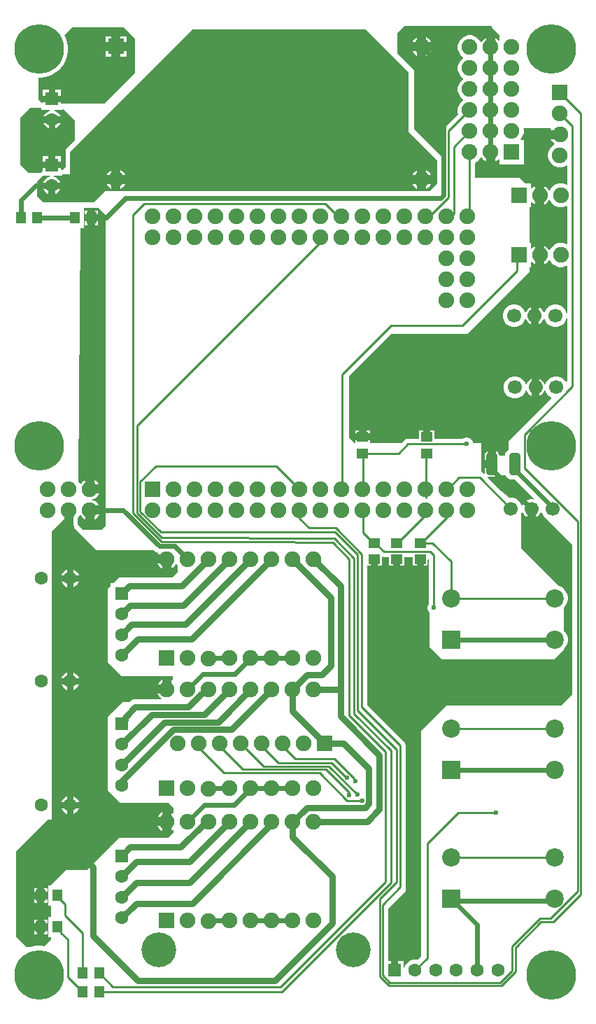
<source format=gtl>
G04*
G04 #@! TF.GenerationSoftware,Altium Limited,Altium Designer,24.2.2 (26)*
G04*
G04 Layer_Physical_Order=1*
G04 Layer_Color=255*
%FSLAX43Y43*%
%MOMM*%
G71*
G04*
G04 #@! TF.SameCoordinates,FB4AC1D3-029A-4C58-91C8-636A0C7E52CF*
G04*
G04*
G04 #@! TF.FilePolarity,Positive*
G04*
G01*
G75*
%ADD10C,0.600*%
%ADD13C,0.254*%
%ADD20C,1.700*%
%ADD29R,1.400X1.150*%
G04:AMPARAMS|DCode=30|XSize=2.7mm|YSize=1.35mm|CornerRadius=0.338mm|HoleSize=0mm|Usage=FLASHONLY|Rotation=270.000|XOffset=0mm|YOffset=0mm|HoleType=Round|Shape=RoundedRectangle|*
%AMROUNDEDRECTD30*
21,1,2.700,0.675,0,0,270.0*
21,1,2.025,1.350,0,0,270.0*
1,1,0.675,-0.338,-1.013*
1,1,0.675,-0.338,1.013*
1,1,0.675,0.338,1.013*
1,1,0.675,0.338,-1.013*
%
%ADD30ROUNDEDRECTD30*%
%ADD31R,1.150X1.400*%
%ADD32C,0.800*%
%ADD33C,1.900*%
%ADD34R,1.900X1.900*%
%ADD35C,1.600*%
%ADD36R,1.600X1.600*%
%ADD37R,1.900X1.900*%
%ADD38C,4.200*%
%ADD39R,1.600X1.600*%
%ADD40C,2.200*%
%ADD41R,2.200X2.200*%
%ADD42C,6.000*%
%ADD43C,0.600*%
G36*
X58801Y118618D02*
X59755Y117664D01*
Y117071D01*
X59628Y117019D01*
X59442Y117205D01*
X59224Y117331D01*
Y116205D01*
X58124D01*
Y117331D01*
X57906Y117205D01*
X57674Y116973D01*
X57593Y116832D01*
X57446D01*
X57294Y117095D01*
X57024Y117365D01*
X56694Y117556D01*
X56325Y117655D01*
X55943D01*
X55574Y117556D01*
X55244Y117365D01*
X54974Y117095D01*
X54783Y116765D01*
X54684Y116396D01*
Y116014D01*
X54783Y115645D01*
X54974Y115315D01*
X55244Y115045D01*
X55324Y114998D01*
Y114871D01*
X55244Y114825D01*
X54974Y114555D01*
X54783Y114225D01*
X54684Y113856D01*
Y113474D01*
X54783Y113105D01*
X54974Y112775D01*
X55244Y112505D01*
X55324Y112459D01*
Y112331D01*
X55244Y112285D01*
X54974Y112015D01*
X54783Y111685D01*
X54684Y111316D01*
Y110934D01*
X54783Y110565D01*
X54974Y110235D01*
X55244Y109965D01*
X55324Y109919D01*
Y109791D01*
X55244Y109745D01*
X54974Y109475D01*
X54783Y109145D01*
X54684Y108776D01*
Y108394D01*
X54759Y108114D01*
X53142Y106497D01*
X53003Y106290D01*
X52955Y106045D01*
Y102913D01*
X52837Y102865D01*
X49403Y106299D01*
Y113411D01*
X47371Y115443D01*
Y117856D01*
X48260Y118745D01*
X58801D01*
Y118618D01*
D02*
G37*
G36*
X15621Y117221D02*
Y113030D01*
X11938Y109347D01*
X6688Y109347D01*
Y109542D01*
X5588D01*
X4488D01*
Y109484D01*
X4361Y109431D01*
X3937Y109855D01*
Y112500D01*
X4275D01*
X4820Y112586D01*
X5344Y112756D01*
X5834Y113007D01*
X6280Y113330D01*
X6670Y113720D01*
X6993Y114166D01*
X7244Y114656D01*
X7414Y115180D01*
X7500Y115725D01*
Y116275D01*
X7414Y116820D01*
X7244Y117344D01*
X7069Y117686D01*
X8001Y118618D01*
X14224D01*
X15621Y117221D01*
D02*
G37*
G36*
X66009Y106337D02*
X65935Y106209D01*
X67061D01*
Y105109D01*
X65935D01*
X66061Y104891D01*
X66294Y104659D01*
X66427Y104582D01*
Y104435D01*
X66166Y104284D01*
X65896Y104014D01*
X65705Y103684D01*
X65606Y103315D01*
Y102933D01*
X65705Y102564D01*
X65896Y102234D01*
X66166Y101964D01*
X66496Y101773D01*
X66865Y101674D01*
X67247D01*
X67616Y101773D01*
X67831Y101897D01*
X67941Y101833D01*
Y99653D01*
X67831Y99590D01*
X67719Y99654D01*
X67351Y99753D01*
X66969D01*
X66600Y99654D01*
X66269Y99463D01*
X65999Y99193D01*
X65844Y98923D01*
X65698Y98922D01*
X65615Y99066D01*
X65382Y99298D01*
X65165Y99424D01*
Y98298D01*
Y97172D01*
X65382Y97298D01*
X65615Y97530D01*
X65700Y97678D01*
X65846D01*
X65999Y97413D01*
X66269Y97143D01*
X66600Y96952D01*
X66969Y96853D01*
X67351D01*
X67719Y96952D01*
X67831Y97016D01*
X67941Y96953D01*
Y92414D01*
X67831Y92351D01*
X67719Y92415D01*
X67351Y92514D01*
X66969D01*
X66600Y92415D01*
X66269Y92224D01*
X65999Y91954D01*
X65844Y91684D01*
X65698Y91683D01*
X65615Y91827D01*
X65382Y92059D01*
X65165Y92185D01*
Y91059D01*
Y89933D01*
X65382Y90059D01*
X65615Y90291D01*
X65700Y90439D01*
X65846D01*
X65999Y90174D01*
X66269Y89904D01*
X66600Y89713D01*
X66969Y89614D01*
X67351D01*
X67719Y89713D01*
X67831Y89777D01*
X67941Y89714D01*
Y84095D01*
X67814Y84078D01*
X67766Y84256D01*
X67588Y84564D01*
X67337Y84815D01*
X67029Y84993D01*
X66686Y85085D01*
X66330D01*
X65987Y84993D01*
X65679Y84815D01*
X65428Y84564D01*
X65250Y84256D01*
X65220Y84145D01*
X65089D01*
X65080Y84179D01*
X64928Y84441D01*
X64714Y84655D01*
X64508Y84774D01*
Y83735D01*
Y82696D01*
X64714Y82815D01*
X64928Y83029D01*
X65080Y83291D01*
X65089Y83325D01*
X65220D01*
X65250Y83214D01*
X65428Y82906D01*
X65679Y82655D01*
X65987Y82477D01*
X66330Y82385D01*
X66686D01*
X67029Y82477D01*
X67337Y82655D01*
X67588Y82906D01*
X67766Y83214D01*
X67814Y83392D01*
X67941Y83375D01*
Y75789D01*
X67899Y75752D01*
X67738Y75778D01*
X67675Y75886D01*
X67424Y76137D01*
X67116Y76315D01*
X66773Y76407D01*
X66417D01*
X66074Y76315D01*
X65766Y76137D01*
X65515Y75886D01*
X65337Y75578D01*
X65307Y75467D01*
X65176D01*
X65167Y75501D01*
X65015Y75763D01*
X64801Y75977D01*
X64595Y76096D01*
Y75057D01*
Y74018D01*
X64801Y74137D01*
X65015Y74351D01*
X65167Y74613D01*
X65176Y74647D01*
X65307D01*
X65337Y74536D01*
X65515Y74228D01*
X65766Y73977D01*
X65970Y73859D01*
X65986Y73733D01*
X60833Y68580D01*
Y67538D01*
X60813Y67530D01*
X60638Y67396D01*
X60504Y67221D01*
X60420Y67017D01*
X60396Y66836D01*
X59701D01*
X59667Y67008D01*
X59548Y67186D01*
X59370Y67305D01*
X59323Y67314D01*
Y65786D01*
X58823D01*
Y65286D01*
X57937D01*
Y64773D01*
X57963Y64644D01*
X57846Y64582D01*
X57531Y64897D01*
Y68326D01*
X56547D01*
X56498Y68508D01*
X56393Y68690D01*
X56244Y68839D01*
X56062Y68944D01*
X55858Y68999D01*
X55648D01*
X55444Y68944D01*
X55262Y68839D01*
X55261Y68838D01*
X51827D01*
Y69847D01*
X51357D01*
Y69072D01*
X50497D01*
Y69847D01*
X50027D01*
Y68838D01*
X48666D01*
X48421Y68790D01*
X48213Y68651D01*
X47888Y68326D01*
X44080D01*
Y68642D01*
X42280D01*
Y68353D01*
X42153Y68337D01*
X41529Y68961D01*
Y76454D01*
X46609Y81534D01*
X55880D01*
X63373Y89027D01*
Y89609D01*
X63525D01*
Y90202D01*
X63652Y90254D01*
X63847Y90059D01*
X64065Y89933D01*
Y91059D01*
Y92185D01*
X63847Y92059D01*
X63652Y91864D01*
X63525Y91916D01*
Y92509D01*
X63373D01*
Y96848D01*
X63525D01*
Y97441D01*
X63652Y97493D01*
X63847Y97298D01*
X64065Y97172D01*
Y98298D01*
Y99424D01*
X63847Y99298D01*
X63652Y99103D01*
X63525Y99155D01*
Y99748D01*
X62812D01*
X62167Y100394D01*
X56773D01*
Y102200D01*
X57024Y102345D01*
X57294Y102615D01*
X57446Y102878D01*
X57593D01*
X57674Y102737D01*
X57906Y102505D01*
X58124Y102379D01*
Y103505D01*
X59224D01*
Y102379D01*
X59442Y102505D01*
X59637Y102700D01*
X59764Y102648D01*
Y102055D01*
X62664D01*
Y104955D01*
X62341D01*
X62292Y105072D01*
X62374Y105155D01*
X62565Y105485D01*
X62664Y105854D01*
Y106236D01*
X62629Y106366D01*
X62734Y106464D01*
X65936D01*
X66009Y106337D01*
D02*
G37*
G36*
X4288Y108642D02*
X5326D01*
X5342Y108515D01*
X5163Y108467D01*
X4913Y108322D01*
X4708Y108117D01*
X4563Y107867D01*
X4556Y107842D01*
X5588D01*
X6620D01*
X6613Y107867D01*
X6468Y108117D01*
X6263Y108322D01*
X6013Y108467D01*
X5834Y108515D01*
X5850Y108642D01*
X6888D01*
Y108693D01*
X7015Y108745D01*
X8382Y107379D01*
Y104965D01*
X7239Y103823D01*
Y103514D01*
X7237Y103505D01*
Y101789D01*
X6783Y101335D01*
X6775Y101333D01*
X6648Y101438D01*
Y101561D01*
X5548D01*
X4448D01*
Y101156D01*
X4327Y101132D01*
X4172Y101029D01*
X2730D01*
X1778Y101981D01*
Y107696D01*
X2921Y108839D01*
X4288D01*
Y108642D01*
D02*
G37*
G36*
X48768Y113157D02*
Y105918D01*
X52177Y102509D01*
Y99675D01*
X51308Y98806D01*
X12065D01*
X10668Y97409D01*
X4572D01*
X3810Y98171D01*
Y99949D01*
X4522Y100661D01*
X5286D01*
X5302Y100534D01*
X5123Y100486D01*
X4873Y100341D01*
X4668Y100136D01*
X4523Y99886D01*
X4516Y99861D01*
X5548D01*
X6580D01*
X6573Y99886D01*
X6428Y100136D01*
X6223Y100341D01*
X5973Y100486D01*
X5794Y100534D01*
X5810Y100661D01*
X6848D01*
Y100838D01*
X7747D01*
Y103505D01*
X22618Y118376D01*
X43549D01*
X48768Y113157D01*
D02*
G37*
G36*
X60504Y64351D02*
X60638Y64176D01*
X60813Y64042D01*
X61017Y63958D01*
X61236Y63929D01*
X61594D01*
X63909Y61613D01*
X63843Y61500D01*
X63778Y61517D01*
X63476D01*
X63183Y61439D01*
X62921Y61287D01*
X62707Y61073D01*
X62555Y60811D01*
X62546Y60777D01*
X62415D01*
X62385Y60888D01*
X62207Y61196D01*
X61956Y61447D01*
X61648Y61625D01*
X61305Y61717D01*
X60949D01*
X60910Y61706D01*
X59500Y62928D01*
X58294Y64134D01*
X58356Y64251D01*
X58486Y64225D01*
X59160D01*
X59370Y64267D01*
X59548Y64386D01*
X59598Y64461D01*
X60458D01*
X60504Y64351D01*
D02*
G37*
G36*
X64127Y59328D02*
X64333Y59447D01*
X64547Y59661D01*
X64699Y59923D01*
X64708Y59957D01*
X64839D01*
X64869Y59846D01*
X65047Y59538D01*
X65298Y59287D01*
X65303Y59284D01*
X68576Y56011D01*
Y37969D01*
X67183Y36576D01*
X53340D01*
X50292Y33528D01*
Y6245D01*
X49871Y5825D01*
X49694Y5872D01*
X49352D01*
X49021Y5783D01*
X48725Y5612D01*
X48483Y5370D01*
X48312Y5074D01*
X48250Y4844D01*
X48123Y4861D01*
Y5672D01*
X47423D01*
Y4572D01*
X46623D01*
Y5672D01*
X46232D01*
Y11942D01*
X48387Y14097D01*
Y14583D01*
X48391Y14605D01*
X48391Y14605D01*
Y31750D01*
X48343Y31995D01*
X48204Y32202D01*
X43730Y36676D01*
Y53470D01*
X44147D01*
Y54245D01*
X45007D01*
Y53470D01*
X45477D01*
Y54486D01*
X45604Y54590D01*
X45746Y54562D01*
X46381D01*
Y53470D01*
X46851D01*
Y54245D01*
X47711D01*
Y53470D01*
X48181D01*
Y54562D01*
X49241D01*
Y53470D01*
X49711D01*
Y54245D01*
X50571D01*
Y53470D01*
X51041D01*
Y54186D01*
X51168Y54254D01*
X51177Y54248D01*
Y48879D01*
X51176Y48878D01*
X51071Y48696D01*
X51016Y48492D01*
Y48282D01*
X51071Y48078D01*
X51176Y47896D01*
X51308Y47764D01*
Y43688D01*
X52832Y42164D01*
X66421D01*
X67564Y43307D01*
Y43442D01*
X67633Y43511D01*
X67808Y43773D01*
X67929Y44065D01*
X67990Y44374D01*
Y44689D01*
X67929Y44998D01*
X67808Y45289D01*
X67633Y45551D01*
X67564Y45620D01*
Y48442D01*
X67633Y48511D01*
X67808Y48773D01*
X67929Y49065D01*
X67990Y49374D01*
Y49689D01*
X67929Y49998D01*
X67808Y50289D01*
X67633Y50551D01*
X67410Y50774D01*
X67148Y50949D01*
X66953Y51030D01*
X62357Y55626D01*
Y59797D01*
X62385Y59846D01*
X62415Y59957D01*
X62546D01*
X62555Y59923D01*
X62707Y59661D01*
X62921Y59447D01*
X63127Y59328D01*
Y60367D01*
X64127D01*
Y59328D01*
D02*
G37*
G36*
X12065Y95885D02*
Y58293D01*
X11557Y57785D01*
X9398D01*
X8699Y58484D01*
X8706Y59238D01*
X8780Y59313D01*
X8932Y59576D01*
X9079D01*
X9160Y59435D01*
X9392Y59203D01*
X9610Y59077D01*
Y60203D01*
X10160D01*
Y60753D01*
X11286D01*
X11160Y60971D01*
X10927Y61203D01*
X10642Y61368D01*
X10495Y61407D01*
Y61539D01*
X10642Y61578D01*
X10927Y61743D01*
X11160Y61975D01*
X11286Y62193D01*
X10160D01*
Y62743D01*
X9610D01*
Y63869D01*
X9392Y63743D01*
X9160Y63511D01*
X9079Y63370D01*
X8932D01*
X8780Y63633D01*
X8747Y63667D01*
X9032Y94355D01*
X9408D01*
Y96755D01*
X9528Y96774D01*
X11176D01*
X12065Y95885D01*
D02*
G37*
G36*
X8170Y58973D02*
X8193Y58960D01*
X8189Y58489D01*
X8189Y58487D01*
X8189Y58484D01*
X8208Y58389D01*
X8226Y58294D01*
X8227Y58292D01*
X8228Y58289D01*
X8255Y58248D01*
Y58039D01*
X10922Y55372D01*
X17912D01*
X18000Y55284D01*
X18168Y55156D01*
X18330Y55088D01*
X18381Y54996D01*
X18393Y54943D01*
X18334Y54841D01*
X19460D01*
Y54291D01*
X20010D01*
Y53165D01*
X20228Y53291D01*
X20460Y53523D01*
X20541Y53664D01*
X20688D01*
X20828Y53421D01*
Y52705D01*
X20193Y52070D01*
X13716D01*
X13075Y51429D01*
X12700D01*
Y51054D01*
X12319Y50673D01*
Y41783D01*
X13970Y40132D01*
X20193Y40132D01*
Y39690D01*
X20083Y39627D01*
X20010Y39669D01*
Y38543D01*
X19460D01*
Y37993D01*
X18334D01*
X18460Y37775D01*
X18692Y37543D01*
X18828Y37465D01*
X18794Y37338D01*
X15660D01*
X15425Y37307D01*
X15206Y37216D01*
X15018Y37072D01*
X15018Y37072D01*
X14903Y36957D01*
X14097D01*
X12821Y35681D01*
X12700D01*
Y35560D01*
X12319Y35179D01*
Y26289D01*
X13843Y24765D01*
X19685D01*
X20320Y24130D01*
Y23613D01*
X20193Y23561D01*
X20010Y23667D01*
Y22541D01*
Y21415D01*
X20193Y21521D01*
X20320Y21469D01*
Y21209D01*
X19685Y20574D01*
X13716D01*
X12821Y19679D01*
X12700D01*
Y19558D01*
X9779Y16637D01*
X7239D01*
X5461Y14859D01*
Y14789D01*
X5148D01*
Y12389D01*
X5461D01*
Y10979D01*
X5148D01*
Y8579D01*
X5461D01*
Y8255D01*
X4647Y7441D01*
X4275Y7500D01*
X3725D01*
X3180Y7414D01*
X3033Y7366D01*
X2540D01*
X1270Y8636D01*
Y18923D01*
X5080Y22733D01*
X5588D01*
Y57658D01*
X7007Y59077D01*
X7039Y59095D01*
X7070Y59077D01*
Y60203D01*
X8170D01*
Y58973D01*
D02*
G37*
%LPC*%
G36*
X50885Y117420D02*
Y116844D01*
X51461D01*
X51335Y117062D01*
X51103Y117294D01*
X50885Y117420D01*
D02*
G37*
G36*
X49785Y117420D02*
X49567Y117294D01*
X49335Y117062D01*
X49209Y116844D01*
X49785D01*
Y117420D01*
D02*
G37*
G36*
Y115744D02*
X49209D01*
X49335Y115526D01*
X49567Y115294D01*
X49785Y115168D01*
Y115744D01*
D02*
G37*
G36*
X51461D02*
X50885D01*
Y115168D01*
X51103Y115294D01*
X51335Y115526D01*
X51461Y115744D01*
D02*
G37*
G36*
X14585Y117544D02*
X13885D01*
Y116844D01*
X14585D01*
Y117544D01*
D02*
G37*
G36*
X12785D02*
X12085D01*
Y116844D01*
X12785D01*
Y117544D01*
D02*
G37*
G36*
X14585Y115744D02*
X13885D01*
Y115044D01*
X14585D01*
Y115744D01*
D02*
G37*
G36*
X12785D02*
X12085D01*
Y115044D01*
X12785D01*
Y115744D01*
D02*
G37*
G36*
X6688Y111042D02*
X5988D01*
Y110342D01*
X6688D01*
Y111042D01*
D02*
G37*
G36*
X5188D02*
X4488D01*
Y110342D01*
X5188D01*
Y111042D01*
D02*
G37*
G36*
X61686Y85085D02*
X61330D01*
X60987Y84993D01*
X60679Y84815D01*
X60428Y84564D01*
X60250Y84256D01*
X60158Y83913D01*
Y83557D01*
X60250Y83214D01*
X60428Y82906D01*
X60679Y82655D01*
X60987Y82477D01*
X61330Y82385D01*
X61686D01*
X62029Y82477D01*
X62337Y82655D01*
X62588Y82906D01*
X62766Y83214D01*
X62796Y83325D01*
X62927D01*
X62936Y83291D01*
X63088Y83029D01*
X63302Y82815D01*
X63508Y82696D01*
Y83735D01*
Y84774D01*
X63302Y84655D01*
X63088Y84441D01*
X62936Y84179D01*
X62927Y84145D01*
X62796D01*
X62766Y84256D01*
X62588Y84564D01*
X62337Y84815D01*
X62029Y84993D01*
X61686Y85085D01*
D02*
G37*
G36*
X61773Y76407D02*
X61417D01*
X61074Y76315D01*
X60766Y76137D01*
X60515Y75886D01*
X60337Y75578D01*
X60245Y75235D01*
Y74879D01*
X60337Y74536D01*
X60515Y74228D01*
X60766Y73977D01*
X61074Y73799D01*
X61417Y73707D01*
X61773D01*
X62116Y73799D01*
X62424Y73977D01*
X62675Y74228D01*
X62853Y74536D01*
X62883Y74647D01*
X63014D01*
X63023Y74613D01*
X63175Y74351D01*
X63389Y74137D01*
X63595Y74018D01*
Y75057D01*
Y76096D01*
X63389Y75977D01*
X63175Y75763D01*
X63023Y75501D01*
X63014Y75467D01*
X62883D01*
X62853Y75578D01*
X62675Y75886D01*
X62424Y76137D01*
X62116Y76315D01*
X61773Y76407D01*
D02*
G37*
G36*
X44080Y69847D02*
X43610D01*
Y69502D01*
X44080D01*
Y69847D01*
D02*
G37*
G36*
X42750D02*
X42280D01*
Y69502D01*
X42750D01*
Y69847D01*
D02*
G37*
G36*
X58323Y67314D02*
X58276Y67305D01*
X58098Y67186D01*
X57979Y67008D01*
X57937Y66799D01*
Y66286D01*
X58323D01*
Y67314D01*
D02*
G37*
G36*
X6620Y107042D02*
X5988D01*
Y106410D01*
X6013Y106417D01*
X6263Y106562D01*
X6468Y106767D01*
X6613Y107017D01*
X6620Y107042D01*
D02*
G37*
G36*
X5188D02*
X4556D01*
X4563Y107017D01*
X4708Y106767D01*
X4913Y106562D01*
X5163Y106417D01*
X5188Y106410D01*
Y107042D01*
D02*
G37*
G36*
X6648Y103061D02*
X5948D01*
Y102361D01*
X6648D01*
Y103061D01*
D02*
G37*
G36*
X5148D02*
X4448D01*
Y102361D01*
X5148D01*
Y103061D01*
D02*
G37*
G36*
X13885Y101329D02*
Y100753D01*
X14461D01*
X14335Y100971D01*
X14103Y101203D01*
X13885Y101329D01*
D02*
G37*
G36*
X12785D02*
X12567Y101203D01*
X12335Y100971D01*
X12209Y100753D01*
X12785D01*
Y101329D01*
D02*
G37*
G36*
X50885D02*
Y100753D01*
X51461D01*
X51335Y100971D01*
X51103Y101203D01*
X50885Y101329D01*
D02*
G37*
G36*
X49785Y101329D02*
X49567Y101203D01*
X49335Y100971D01*
X49209Y100753D01*
X49785D01*
Y101329D01*
D02*
G37*
G36*
Y99653D02*
X49209D01*
X49335Y99435D01*
X49567Y99203D01*
X49785Y99077D01*
Y99653D01*
D02*
G37*
G36*
X14461Y99653D02*
X13885D01*
Y99077D01*
X14103Y99203D01*
X14335Y99435D01*
X14461Y99653D01*
D02*
G37*
G36*
X12785D02*
X12209D01*
X12335Y99435D01*
X12567Y99203D01*
X12785Y99077D01*
Y99653D01*
D02*
G37*
G36*
X51461Y99653D02*
X50885D01*
Y99077D01*
X51103Y99203D01*
X51335Y99435D01*
X51461Y99653D01*
D02*
G37*
G36*
X6580Y99061D02*
X5948D01*
Y98429D01*
X5973Y98436D01*
X6223Y98581D01*
X6428Y98786D01*
X6573Y99036D01*
X6580Y99061D01*
D02*
G37*
G36*
X5148D02*
X4516D01*
X4523Y99036D01*
X4668Y98786D01*
X4873Y98581D01*
X5123Y98436D01*
X5148Y98429D01*
Y99061D01*
D02*
G37*
G36*
X11108Y96455D02*
X10763D01*
Y95985D01*
X11108D01*
Y96455D01*
D02*
G37*
G36*
X9903D02*
X9558D01*
Y95985D01*
X9903D01*
Y96455D01*
D02*
G37*
G36*
X11108Y95125D02*
X10763D01*
Y94655D01*
X11108D01*
Y95125D01*
D02*
G37*
G36*
X9903D02*
X9558D01*
Y94655D01*
X9903D01*
Y95125D01*
D02*
G37*
G36*
X10710Y63869D02*
Y63293D01*
X11286D01*
X11160Y63511D01*
X10927Y63743D01*
X10710Y63869D01*
D02*
G37*
G36*
X11286Y59653D02*
X10710D01*
Y59077D01*
X10927Y59203D01*
X11160Y59435D01*
X11286Y59653D01*
D02*
G37*
G36*
X18910Y53741D02*
X18334D01*
X18460Y53523D01*
X18692Y53291D01*
X18910Y53165D01*
Y53741D01*
D02*
G37*
G36*
X8186Y52975D02*
Y52343D01*
X8817D01*
X8811Y52368D01*
X8666Y52618D01*
X8461Y52823D01*
X8210Y52968D01*
X8186Y52975D01*
D02*
G37*
G36*
X7385D02*
X7361Y52968D01*
X7110Y52823D01*
X6905Y52618D01*
X6760Y52368D01*
X6754Y52343D01*
X7385D01*
Y52975D01*
D02*
G37*
G36*
X8817Y51543D02*
X8186D01*
Y50911D01*
X8210Y50918D01*
X8461Y51063D01*
X8666Y51268D01*
X8811Y51518D01*
X8817Y51543D01*
D02*
G37*
G36*
X7385D02*
X6754D01*
X6760Y51518D01*
X6905Y51268D01*
X7110Y51063D01*
X7361Y50918D01*
X7385Y50911D01*
Y51543D01*
D02*
G37*
G36*
X8186Y40529D02*
Y39897D01*
X8817D01*
X8811Y39922D01*
X8666Y40172D01*
X8461Y40377D01*
X8210Y40522D01*
X8186Y40529D01*
D02*
G37*
G36*
X7385D02*
X7361Y40522D01*
X7110Y40377D01*
X6905Y40172D01*
X6760Y39922D01*
X6754Y39897D01*
X7385D01*
Y40529D01*
D02*
G37*
G36*
X18910Y39669D02*
X18692Y39543D01*
X18460Y39311D01*
X18334Y39093D01*
X18910D01*
Y39669D01*
D02*
G37*
G36*
X8817Y39097D02*
X8186D01*
Y38465D01*
X8210Y38472D01*
X8461Y38617D01*
X8666Y38822D01*
X8811Y39072D01*
X8817Y39097D01*
D02*
G37*
G36*
X7385D02*
X6754D01*
X6760Y39072D01*
X6905Y38822D01*
X7110Y38617D01*
X7361Y38472D01*
X7385Y38465D01*
Y39097D01*
D02*
G37*
G36*
X8186Y25543D02*
Y24911D01*
X8817D01*
X8811Y24936D01*
X8666Y25186D01*
X8461Y25391D01*
X8210Y25536D01*
X8186Y25543D01*
D02*
G37*
G36*
X7385D02*
X7361Y25536D01*
X7110Y25391D01*
X6905Y25186D01*
X6760Y24936D01*
X6754Y24911D01*
X7385D01*
Y25543D01*
D02*
G37*
G36*
X8817Y24111D02*
X8186D01*
Y23479D01*
X8210Y23486D01*
X8461Y23631D01*
X8666Y23836D01*
X8811Y24086D01*
X8817Y24111D01*
D02*
G37*
G36*
X7385D02*
X6754D01*
X6760Y24086D01*
X6905Y23836D01*
X7110Y23631D01*
X7361Y23486D01*
X7385Y23479D01*
Y24111D01*
D02*
G37*
G36*
X18910Y23667D02*
X18692Y23541D01*
X18460Y23309D01*
X18334Y23091D01*
X18910D01*
Y23667D01*
D02*
G37*
G36*
Y21991D02*
X18334D01*
X18460Y21773D01*
X18692Y21541D01*
X18910Y21415D01*
Y21991D01*
D02*
G37*
G36*
X4998Y14489D02*
X4653D01*
Y14019D01*
X4998D01*
Y14489D01*
D02*
G37*
G36*
X3793D02*
X3448D01*
Y14019D01*
X3793D01*
Y14489D01*
D02*
G37*
G36*
X4998Y13159D02*
X4653D01*
Y12689D01*
X4998D01*
Y13159D01*
D02*
G37*
G36*
X3793D02*
X3448D01*
Y12689D01*
X3793D01*
Y13159D01*
D02*
G37*
G36*
X4998Y10679D02*
X4653D01*
Y10209D01*
X4998D01*
Y10679D01*
D02*
G37*
G36*
X3793D02*
X3448D01*
Y10209D01*
X3793D01*
Y10679D01*
D02*
G37*
G36*
X4998Y9349D02*
X4653D01*
Y8879D01*
X4998D01*
Y9349D01*
D02*
G37*
G36*
X3793D02*
X3448D01*
Y8879D01*
X3793D01*
Y9349D01*
D02*
G37*
%LPD*%
D10*
X1810Y95555D02*
Y97673D01*
X3598Y99461D01*
X5548D01*
X27077Y10538D02*
X27080Y10541D01*
X24545Y10536D02*
X24548Y10538D01*
X27077D01*
X24545Y26538D02*
X24548Y26540D01*
X27077D01*
X27080Y26543D01*
X24548Y42288D02*
X27077D01*
X24545Y42286D02*
X24548Y42288D01*
X27077D02*
X27080Y42291D01*
X58674Y113665D02*
Y116205D01*
Y111125D02*
Y113665D01*
Y108585D02*
Y111125D01*
Y106045D02*
Y108585D01*
Y103505D02*
Y106045D01*
X63587Y60367D02*
X63627D01*
X58823Y65131D02*
X63587Y60367D01*
X58823Y65131D02*
Y65786D01*
X61573Y65091D02*
X66127Y60537D01*
Y60367D02*
Y60537D01*
X61573Y65091D02*
Y65786D01*
X53890Y44531D02*
X66390D01*
X53890Y28772D02*
X66390D01*
X66144Y12954D02*
X66390Y13200D01*
X54136Y12954D02*
X66144D01*
X20437Y55854D02*
X22000Y54291D01*
X10160Y60203D02*
X14222D01*
X18571Y55854D02*
X20437D01*
X14222Y60203D02*
X18571Y55854D01*
X53890Y13200D02*
X57023Y10067D01*
X24001Y24542D02*
X27619D01*
X22000Y22541D02*
X24001Y24542D01*
X27619D02*
X29620Y26543D01*
X22000Y38543D02*
X23874Y40417D01*
X27746D02*
X29620Y42291D01*
X23874Y40417D02*
X27746D01*
X32160Y42291D02*
X34700D01*
X29620D02*
X32160D01*
Y26543D02*
X34700D01*
X29620D02*
X32160D01*
Y10541D02*
X34700D01*
X29620D02*
X32160D01*
X57023Y4309D02*
Y10067D01*
X12116Y95555D02*
X14478Y97917D01*
X52606D01*
X52984Y98295D01*
X50335Y116294D02*
X50508D01*
X50335D02*
X52984Y113645D01*
Y98295D02*
Y113645D01*
X10333Y95555D02*
X12116D01*
X3810D02*
X8333D01*
D13*
X7134Y11194D02*
Y12554D01*
X6223Y13464D02*
X7134Y12554D01*
Y11194D02*
X9303Y9025D01*
Y4191D02*
Y9025D01*
X50814Y61722D02*
Y66451D01*
X69215Y14113D02*
Y58837D01*
X66292Y10414D02*
X69594Y13716D01*
X67056Y110744D02*
X69594Y108206D01*
X62748Y65304D02*
X69215Y58837D01*
X69594Y13716D02*
Y108206D01*
X65895Y10793D02*
X69215Y14113D01*
X64613Y10793D02*
X65895D01*
X62748Y65304D02*
Y69347D01*
X59974Y2669D02*
X61673Y4368D01*
X64770Y10414D02*
X66292D01*
X61673Y7317D02*
X64770Y10414D01*
X61673Y4368D02*
Y7317D01*
X59817Y3048D02*
X61293Y4524D01*
Y7473D02*
X64613Y10793D01*
X61293Y4524D02*
Y7473D01*
X41283Y25100D02*
X43117D01*
X41503Y25774D02*
Y26061D01*
X37936Y28448D02*
X41283Y25100D01*
X41503Y25774D02*
X41569Y25708D01*
X62748Y69347D02*
X68580Y75179D01*
X67056Y108204D02*
X68580Y106680D01*
Y75179D02*
Y106680D01*
X41567Y35428D02*
X45974Y31021D01*
Y15240D02*
Y31021D01*
X33274Y2540D02*
X45974Y15240D01*
X41567Y35428D02*
Y54258D01*
X42164Y35560D02*
X46609Y31115D01*
X42164Y35560D02*
Y54379D01*
X39114Y29212D02*
X42545Y25781D01*
X46609Y15113D02*
Y31115D01*
X42545Y35941D02*
Y54864D01*
Y35941D02*
X47257Y31229D01*
Y15225D02*
Y31229D01*
X33401Y1905D02*
X46609Y15113D01*
X12954Y2540D02*
X33274D01*
X11303Y4191D02*
X12954Y2540D01*
X42291Y27432D02*
Y27526D01*
X42146Y27671D02*
X42291Y27526D01*
X42146Y27671D02*
Y27742D01*
X39788Y30099D02*
X42146Y27742D01*
X35042Y30099D02*
X39788D01*
X31240Y29212D02*
X39114D01*
X41153Y27864D02*
X41243D01*
X39426Y29591D02*
X41153Y27864D01*
X28702Y28829D02*
X38735D01*
X41503Y26061D01*
X45214Y13182D02*
X47257Y15225D01*
X45214Y3780D02*
X46325Y2669D01*
X59974D01*
X45214Y3780D02*
Y13182D01*
X46482Y3048D02*
X59817D01*
X48666Y68199D02*
X55753D01*
X47539Y67072D02*
X48666Y68199D01*
X47752Y14605D02*
Y31750D01*
X43091Y36411D02*
Y54854D01*
Y36411D02*
X47752Y31750D01*
X61849Y89154D02*
Y90833D01*
X62075Y91059D01*
X55245Y82550D02*
X61849Y89154D01*
X40654Y76595D02*
X46609Y82550D01*
X55245D01*
X40654Y62230D02*
Y76595D01*
X54737Y23622D02*
X59309D01*
X18800Y56406D02*
X30378D01*
X15877Y59865D02*
Y70473D01*
X18839Y56903D02*
X19216D01*
X15367Y59839D02*
Y95885D01*
X19216Y56903D02*
X39763Y56781D01*
X15367Y59839D02*
X18800Y56406D01*
X16256Y60022D02*
X18747Y57531D01*
X39878D01*
X16256Y60022D02*
Y63627D01*
X15877Y59865D02*
X18839Y56903D01*
X11303Y1905D02*
X33401D01*
X45593Y3937D02*
X46482Y3048D01*
X45593Y12446D02*
X47752Y14605D01*
X45593Y3937D02*
Y12446D01*
X39908Y58037D02*
X43091Y54854D01*
X39878Y57531D02*
X42545Y54864D01*
X35560Y59196D02*
X36719Y58037D01*
X35560Y59196D02*
Y60198D01*
X36719Y58037D02*
X39908D01*
X18161Y65532D02*
X32766D01*
X16256Y63627D02*
X18161Y65532D01*
X32766D02*
X35560Y62738D01*
X15877Y70473D02*
X38114Y92710D01*
X15367Y95885D02*
X16764Y97282D01*
X53354Y59333D02*
Y59690D01*
X50266Y56245D02*
X53354Y59333D01*
X50141Y56245D02*
X51637D01*
X39763Y56781D02*
X39837Y56706D01*
X42164Y54379D01*
X43194Y62230D02*
Y67058D01*
X43180Y67072D02*
X43194Y67058D01*
X26416Y28448D02*
X37936D01*
X33020Y29591D02*
X39426D01*
X22924Y31941D02*
X26416Y28448D01*
X25527Y32004D02*
X28702Y28829D01*
X28448Y32004D02*
X31240Y29212D01*
X30607Y32004D02*
X33020Y29591D01*
X6671Y9077D02*
Y9331D01*
X7493Y3715D02*
Y8255D01*
X6223Y9779D02*
X6671Y9331D01*
Y9077D02*
X7493Y8255D01*
X33142Y31999D02*
X35042Y30099D01*
X49523Y4572D02*
X50976Y6025D01*
Y19861D01*
X54737Y23622D01*
X7493Y3715D02*
X9303Y1905D01*
X53594Y106045D02*
X56134Y108585D01*
X50814Y95292D02*
X53594Y98072D01*
Y106045D01*
X54215Y96111D02*
Y104126D01*
X53354Y95250D02*
X54215Y96111D01*
X43180Y67072D02*
X47539D01*
X54864Y64135D02*
X57359D01*
X61127Y60367D01*
X53354Y62625D02*
X54864Y64135D01*
X50814Y95258D02*
Y95292D01*
X54215Y104126D02*
X56134Y106045D01*
X16764Y97282D02*
X38622D01*
X6223Y13464D02*
Y13589D01*
X53354Y62230D02*
Y62625D01*
X50814Y66451D02*
X50927Y66564D01*
X44577Y56245D02*
X44702D01*
X44452D02*
X44577D01*
X44702D02*
X45746Y55201D01*
X43194Y57503D02*
Y59690D01*
Y57503D02*
X44452Y56245D01*
X51816Y48387D02*
Y54737D01*
X45746Y55201D02*
X51352D01*
X51816Y54737D01*
X56134Y95490D02*
Y103505D01*
X55894Y95250D02*
X56134Y95490D01*
X30378Y56406D02*
X30383Y56402D01*
X39552Y56273D01*
X39627Y56198D01*
X41567Y54258D01*
X38622Y97282D02*
X40654Y95250D01*
X50141Y56245D02*
X50266D01*
X51637D02*
X53890Y53992D01*
Y49531D02*
Y53992D01*
X47406Y56245D02*
X50814Y59653D01*
Y59690D01*
X53890Y49531D02*
X66390D01*
X53890Y18200D02*
X66390D01*
X53890Y33772D02*
X66390D01*
X47281Y56245D02*
X47406D01*
D20*
X63627Y60367D02*
D03*
X66127D02*
D03*
X61127D02*
D03*
X61595Y75057D02*
D03*
X66595D02*
D03*
X64095D02*
D03*
X61508Y83735D02*
D03*
X66508D02*
D03*
X64008D02*
D03*
D29*
X50927Y69072D02*
D03*
Y67072D02*
D03*
X44577Y54245D02*
D03*
Y56245D02*
D03*
X43180Y69072D02*
D03*
Y67072D02*
D03*
X50141Y54245D02*
D03*
Y56245D02*
D03*
X47281Y54245D02*
D03*
Y56245D02*
D03*
D30*
X58823Y65786D02*
D03*
X61573D02*
D03*
D31*
X6223Y13589D02*
D03*
X4223D02*
D03*
X9303Y4191D02*
D03*
X11303D02*
D03*
X6223Y9779D02*
D03*
X4223D02*
D03*
X9303Y1905D02*
D03*
X11303D02*
D03*
X10333Y95555D02*
D03*
X8333D02*
D03*
X1810Y95555D02*
D03*
X3810D02*
D03*
D32*
X7500Y20000D02*
X10500Y17000D01*
Y8750D02*
X15948Y3302D01*
X10500Y8750D02*
Y17000D01*
X23250Y3302D02*
X27250D01*
X30500D02*
X32552D01*
X15948D02*
X19250D01*
X27250D02*
X30500D01*
X7786Y20000D02*
Y24511D01*
X19250Y3302D02*
X23250D01*
X32552D02*
X39500Y10250D01*
Y15872D01*
X34700Y20672D02*
X39500Y15872D01*
X36409Y24250D02*
X43473D01*
X34700Y22541D02*
X36409Y24250D01*
X43942Y24719D02*
Y28956D01*
X43473Y24250D02*
X43942Y24719D01*
X45212Y24003D02*
Y30571D01*
X43750Y22541D02*
X45212Y24003D01*
X40513Y35270D02*
X45212Y30571D01*
X40513Y38543D02*
Y51018D01*
X37240Y38543D02*
X40513D01*
X40513Y38543D01*
Y35270D02*
Y38543D01*
X34700Y35912D02*
X38608Y32004D01*
X40894D01*
X43942Y28956D01*
X34700Y38543D02*
X36416Y40259D01*
X38227D02*
X39370Y41402D01*
X34700Y35912D02*
Y38543D01*
Y20672D02*
Y22541D01*
X36416Y40259D02*
X38227D01*
X37240Y54291D02*
X40513Y51018D01*
X34700Y54291D02*
X39370Y49621D01*
Y41402D02*
Y49621D01*
X37240Y22541D02*
X43750D01*
X21313Y51054D02*
X24545Y54286D01*
X14925Y51054D02*
X21313D01*
X14000Y50129D02*
X14925Y51054D01*
X21430Y48641D02*
X27080Y54291D01*
X15012Y48641D02*
X21430D01*
X14000Y47629D02*
X15012Y48641D01*
X21684Y46355D02*
X29620Y54291D01*
X14000Y45129D02*
X15226Y46355D01*
X21684D01*
X14000Y42629D02*
X15975Y44604D01*
X22473D01*
X32160Y54291D01*
X13970Y26670D02*
Y27305D01*
X20320Y33655D02*
X27272D01*
X14000Y26881D02*
Y27098D01*
X13970Y27305D02*
X20320Y33655D01*
X24042Y35505D02*
X27080Y38543D01*
X14400Y35170D02*
X15660Y36430D01*
X19199Y34580D02*
X25657D01*
X14000Y31881D02*
X17624Y35505D01*
X25657Y34580D02*
X29620Y38543D01*
X27272Y33655D02*
X32160Y38543D01*
X22048Y36430D02*
X23630Y38012D01*
X14000Y29381D02*
X19199Y34580D01*
X15660Y36430D02*
X22048D01*
X17624Y35505D02*
X24042D01*
X14400Y34781D02*
Y35170D01*
X24247Y38538D02*
X24545D01*
X14000Y34381D02*
X14400Y34781D01*
X23630Y38012D02*
X23722D01*
X24247Y38538D01*
X15052Y19431D02*
X21142D01*
X14000Y18379D02*
X15052Y19431D01*
X21142D02*
X24247Y22536D01*
X22193Y17654D02*
X27080Y22541D01*
X15775Y17654D02*
X22193D01*
X22233Y15154D02*
X29620Y22541D01*
X15775Y15154D02*
X22233D01*
X22560Y12654D02*
X32160Y22254D01*
Y22541D01*
X15775Y12654D02*
X22560D01*
X24247Y22536D02*
X24545D01*
X14000Y15879D02*
X15775Y17654D01*
X14000Y13379D02*
X15775Y15154D01*
X14000Y10879D02*
X15775Y12654D01*
D33*
X27080Y38543D02*
D03*
X19460D02*
D03*
X22000D02*
D03*
X24545Y38538D02*
D03*
X29620Y38543D02*
D03*
X32160D02*
D03*
X34700D02*
D03*
X37240D02*
D03*
X27080Y26543D02*
D03*
X22000D02*
D03*
X24545Y26538D02*
D03*
X29620Y26543D02*
D03*
X32160D02*
D03*
X34700D02*
D03*
X37240D02*
D03*
X27080Y54291D02*
D03*
X19460D02*
D03*
X22000D02*
D03*
X24545Y54286D02*
D03*
X29620Y54291D02*
D03*
X32160D02*
D03*
X34700D02*
D03*
X37240D02*
D03*
X27080Y42291D02*
D03*
X22000D02*
D03*
X24545Y42286D02*
D03*
X29620Y42291D02*
D03*
X32160D02*
D03*
X34700D02*
D03*
X37240D02*
D03*
X45720Y93218D02*
D03*
X48260D02*
D03*
X50800D02*
D03*
X55880Y95758D02*
D03*
X43180D02*
D03*
X40640D02*
D03*
X38100D02*
D03*
X45720D02*
D03*
X48260D02*
D03*
X50800D02*
D03*
X53340D02*
D03*
X38100Y93218D02*
D03*
X40640D02*
D03*
X43180D02*
D03*
X17780Y95758D02*
D03*
X20320D02*
D03*
X25400D02*
D03*
X22860D02*
D03*
X33020D02*
D03*
X27940D02*
D03*
X35560D02*
D03*
X22860Y93218D02*
D03*
X20320D02*
D03*
X17780D02*
D03*
X25400D02*
D03*
X33020D02*
D03*
X30480D02*
D03*
X27940D02*
D03*
X35560D02*
D03*
X55880Y85598D02*
D03*
Y88138D02*
D03*
X53340D02*
D03*
X55880Y90678D02*
D03*
X53340D02*
D03*
Y85598D02*
D03*
X30466Y95745D02*
D03*
X53340Y93218D02*
D03*
X55880D02*
D03*
X43180Y60198D02*
D03*
X22860Y62738D02*
D03*
X20320D02*
D03*
X17780Y60198D02*
D03*
X20320D02*
D03*
X22860D02*
D03*
X25400D02*
D03*
X27940D02*
D03*
X30480D02*
D03*
X25400Y62738D02*
D03*
X27940D02*
D03*
X30480D02*
D03*
X33020Y60198D02*
D03*
X35560D02*
D03*
X38100D02*
D03*
X33020Y62738D02*
D03*
X35560D02*
D03*
X38100D02*
D03*
X40640Y60198D02*
D03*
X45720D02*
D03*
X48260D02*
D03*
X50800D02*
D03*
X53340D02*
D03*
X55880D02*
D03*
X40640Y62738D02*
D03*
X43180D02*
D03*
X45720D02*
D03*
X48260D02*
D03*
X50800D02*
D03*
X53340D02*
D03*
X55880D02*
D03*
X7620Y62743D02*
D03*
X5080D02*
D03*
X7620Y60203D02*
D03*
X10160D02*
D03*
Y62743D02*
D03*
X5080Y60203D02*
D03*
X67061Y105659D02*
D03*
X67056Y108204D02*
D03*
Y103124D02*
D03*
X30988Y32004D02*
D03*
X36068D02*
D03*
X33523Y31999D02*
D03*
X28448Y32004D02*
D03*
X25908D02*
D03*
X23368D02*
D03*
X20828D02*
D03*
X37240Y10541D02*
D03*
X34700D02*
D03*
X32160D02*
D03*
X29620D02*
D03*
X24545Y10536D02*
D03*
X22000Y10541D02*
D03*
X27080D02*
D03*
X37240Y22541D02*
D03*
X34700D02*
D03*
X32160D02*
D03*
X29620D02*
D03*
X24545Y22536D02*
D03*
X22000Y22541D02*
D03*
X19460D02*
D03*
X27080D02*
D03*
X67160Y98303D02*
D03*
X64615Y98298D02*
D03*
X61214Y108585D02*
D03*
Y106045D02*
D03*
Y111125D02*
D03*
Y113665D02*
D03*
Y116205D02*
D03*
X58674Y108585D02*
D03*
Y106045D02*
D03*
Y103505D02*
D03*
Y111125D02*
D03*
Y113665D02*
D03*
Y116205D02*
D03*
X56134Y108585D02*
D03*
Y106045D02*
D03*
Y103505D02*
D03*
Y111125D02*
D03*
Y113665D02*
D03*
Y116205D02*
D03*
X50335Y116294D02*
D03*
Y100203D02*
D03*
X13335D02*
D03*
X64615Y91059D02*
D03*
X67160Y91064D02*
D03*
D34*
X19460Y26543D02*
D03*
Y42291D02*
D03*
X17780Y62738D02*
D03*
X38608Y32004D02*
D03*
X19460Y10541D02*
D03*
X62075Y98298D02*
D03*
Y91059D02*
D03*
D35*
X59523Y4572D02*
D03*
X54523D02*
D03*
X52023D02*
D03*
X49523D02*
D03*
X57023D02*
D03*
X14000Y26881D02*
D03*
Y29381D02*
D03*
Y31881D02*
D03*
Y15879D02*
D03*
Y13379D02*
D03*
Y10879D02*
D03*
X5588Y107442D02*
D03*
X4286Y39497D02*
D03*
X7786D02*
D03*
X4286Y51943D02*
D03*
X7786D02*
D03*
X4286Y24511D02*
D03*
X7786D02*
D03*
X14000Y47629D02*
D03*
Y45129D02*
D03*
Y42629D02*
D03*
X5548Y99461D02*
D03*
D36*
X47023Y4572D02*
D03*
D37*
X67056Y110744D02*
D03*
X61214Y103505D02*
D03*
X13335Y116294D02*
D03*
D38*
X42000Y7002D02*
D03*
X18500D02*
D03*
D39*
X14000Y34381D02*
D03*
Y18379D02*
D03*
X5588Y109942D02*
D03*
X14000Y50129D02*
D03*
X5548Y101961D02*
D03*
D40*
X66390Y49531D02*
D03*
X53890D02*
D03*
X66390Y44531D02*
D03*
X66390Y18200D02*
D03*
X53890D02*
D03*
X66390Y13200D02*
D03*
Y28772D02*
D03*
X53890Y33772D02*
D03*
X66390D02*
D03*
D41*
X53890Y44531D02*
D03*
X53890Y13200D02*
D03*
Y28772D02*
D03*
D42*
X66000Y68000D02*
D03*
X4000Y116000D02*
D03*
Y68000D02*
D03*
X66000Y116000D02*
D03*
X4000Y4000D02*
D03*
X66000D02*
D03*
D43*
X10500Y14000D02*
D03*
Y8750D02*
D03*
X14000Y5250D02*
D03*
X19250Y3250D02*
D03*
X30500D02*
D03*
X27250D02*
D03*
X23250D02*
D03*
X25000Y112500D02*
D03*
X40000D02*
D03*
X45000D02*
D03*
X42500Y115000D02*
D03*
X45000Y102500D02*
D03*
X42500D02*
D03*
X37500D02*
D03*
X32500D02*
D03*
X27500D02*
D03*
X22500Y110000D02*
D03*
X27500D02*
D03*
X32500D02*
D03*
X40000D02*
D03*
X35000Y112500D02*
D03*
X30000D02*
D03*
X22500D02*
D03*
X37500Y115000D02*
D03*
X32500D02*
D03*
X25000D02*
D03*
X20000D02*
D03*
X7500Y50000D02*
D03*
Y47500D02*
D03*
Y45000D02*
D03*
X10000D02*
D03*
Y47500D02*
D03*
Y50000D02*
D03*
Y40000D02*
D03*
Y37500D02*
D03*
Y35000D02*
D03*
Y32500D02*
D03*
Y30000D02*
D03*
X7500D02*
D03*
Y27500D02*
D03*
X10000D02*
D03*
Y25000D02*
D03*
Y22500D02*
D03*
Y20000D02*
D03*
X7500D02*
D03*
X43117Y25100D02*
D03*
X41569Y25708D02*
D03*
X42545Y25781D02*
D03*
X41243Y27864D02*
D03*
X42291Y27432D02*
D03*
X55753Y68199D02*
D03*
X59309Y23622D02*
D03*
X51816Y48387D02*
D03*
M02*

</source>
